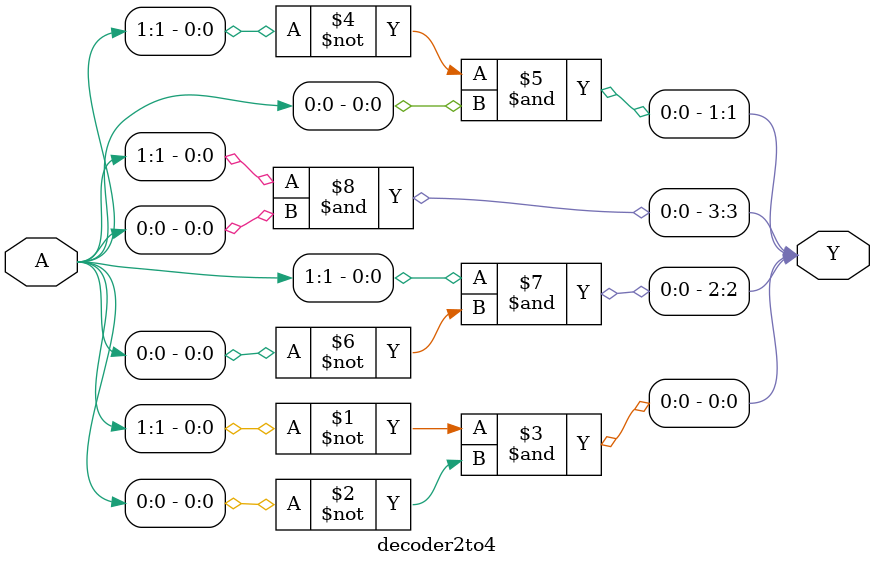
<source format=v>
module decoder2to4 (A,Y);

    input [1:0] A; // Ingresso vettoriale a 2 bit
    output [3:0] Y; // Uscita vettoriale a 4 bit
    wire [1:0] A; // Il segnale A è un wire a 2 bit
    wire [3:0] Y; // Il segnale Y è un wire a 4 bit

    assign Y[0] = (~A[1]) & (~A[0]);
    assign Y[1] = (~A[1]) & (A[0]);
    assign Y[2] = (A[1]) & (~A[0]);
    assign Y[3] = (A[1]) & (A[0]);

endmodule

</source>
